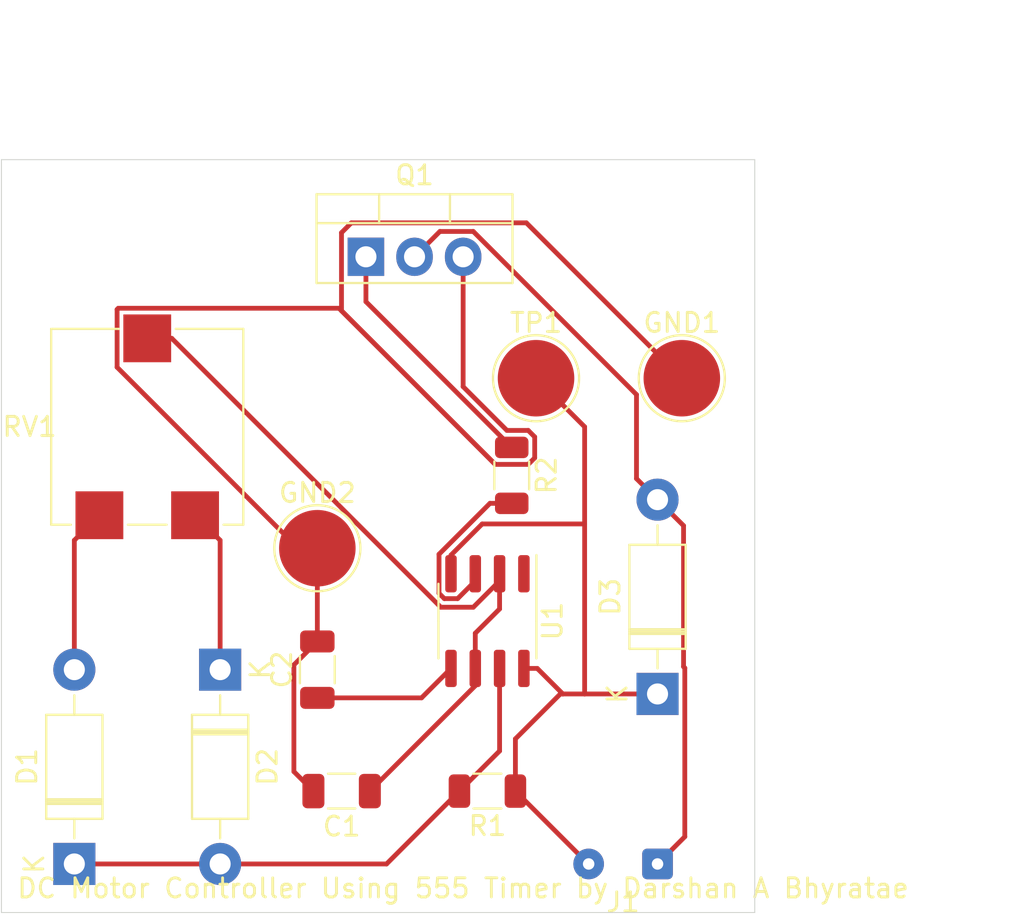
<source format=kicad_pcb>
(kicad_pcb (version 20171130) (host pcbnew "(5.1.9)-1")

  (general
    (thickness 1.6)
    (drawings 7)
    (tracks 77)
    (zones 0)
    (modules 14)
    (nets 12)
  )

  (page A4)
  (layers
    (0 F.Cu signal)
    (31 B.Cu signal)
    (32 B.Adhes user)
    (33 F.Adhes user)
    (34 B.Paste user)
    (35 F.Paste user)
    (36 B.SilkS user)
    (37 F.SilkS user)
    (38 B.Mask user)
    (39 F.Mask user)
    (40 Dwgs.User user)
    (41 Cmts.User user)
    (42 Eco1.User user)
    (43 Eco2.User user)
    (44 Edge.Cuts user)
    (45 Margin user)
    (46 B.CrtYd user)
    (47 F.CrtYd user)
    (48 B.Fab user)
    (49 F.Fab user)
  )

  (setup
    (last_trace_width 0.25)
    (trace_clearance 0.2)
    (zone_clearance 0.508)
    (zone_45_only no)
    (trace_min 0.2)
    (via_size 0.8)
    (via_drill 0.4)
    (via_min_size 0.4)
    (via_min_drill 0.3)
    (uvia_size 0.3)
    (uvia_drill 0.1)
    (uvias_allowed no)
    (uvia_min_size 0.2)
    (uvia_min_drill 0.1)
    (edge_width 0.05)
    (segment_width 0.2)
    (pcb_text_width 0.3)
    (pcb_text_size 1.5 1.5)
    (mod_edge_width 0.12)
    (mod_text_size 1 1)
    (mod_text_width 0.15)
    (pad_size 1.524 1.524)
    (pad_drill 0.762)
    (pad_to_mask_clearance 0)
    (aux_axis_origin 0 0)
    (grid_origin 142.24 82.55)
    (visible_elements 7FFFFFFF)
    (pcbplotparams
      (layerselection 0x290a8_7fffffff)
      (usegerberextensions false)
      (usegerberattributes true)
      (usegerberadvancedattributes true)
      (creategerberjobfile true)
      (excludeedgelayer true)
      (linewidth 0.100000)
      (plotframeref false)
      (viasonmask false)
      (mode 1)
      (useauxorigin false)
      (hpglpennumber 1)
      (hpglpenspeed 20)
      (hpglpendiameter 15.000000)
      (psnegative false)
      (psa4output false)
      (plotreference true)
      (plotvalue true)
      (plotinvisibletext false)
      (padsonsilk false)
      (subtractmaskfromsilk false)
      (outputformat 4)
      (mirror false)
      (drillshape 0)
      (scaleselection 1)
      (outputdirectory "dcmo gerber/"))
  )

  (net 0 "")
  (net 1 GNDREF)
  (net 2 /TRTHR)
  (net 3 "Net-(C2-Pad1)")
  (net 4 "Net-(D1-Pad2)")
  (net 5 /DIS)
  (net 6 "Net-(D2-Pad1)")
  (net 7 "Net-(D3-Pad2)")
  (net 8 "Net-(Q1-Pad1)")
  (net 9 /R)
  (net 10 "Net-(R2-Pad2)")
  (net 11 "Net-(U1-Pad1)")

  (net_class Default "This is the default net class."
    (clearance 0.2)
    (trace_width 0.25)
    (via_dia 0.8)
    (via_drill 0.4)
    (uvia_dia 0.3)
    (uvia_drill 0.1)
    (add_net /DIS)
    (add_net /R)
    (add_net /TRTHR)
    (add_net GNDREF)
    (add_net "Net-(C2-Pad1)")
    (add_net "Net-(D1-Pad2)")
    (add_net "Net-(D2-Pad1)")
    (add_net "Net-(D3-Pad2)")
    (add_net "Net-(Q1-Pad1)")
    (add_net "Net-(R2-Pad2)")
    (add_net "Net-(U1-Pad1)")
  )

  (module Package_SO:SOIC-8_3.9x4.9mm_P1.27mm (layer F.Cu) (tedit 5D9F72B1) (tstamp 605A88E9)
    (at 142.24 99.06 270)
    (descr "SOIC, 8 Pin (JEDEC MS-012AA, https://www.analog.com/media/en/package-pcb-resources/package/pkg_pdf/soic_narrow-r/r_8.pdf), generated with kicad-footprint-generator ipc_gullwing_generator.py")
    (tags "SOIC SO")
    (path /6059FEEF)
    (attr smd)
    (fp_text reference U1 (at 0 -3.4 90) (layer F.SilkS)
      (effects (font (size 1 1) (thickness 0.15)))
    )
    (fp_text value NE555D (at 0 3.4 90) (layer F.Fab)
      (effects (font (size 1 1) (thickness 0.15)))
    )
    (fp_text user %R (at 0 0 90) (layer F.Fab)
      (effects (font (size 0.98 0.98) (thickness 0.15)))
    )
    (fp_line (start 3.7 -2.7) (end -3.7 -2.7) (layer F.CrtYd) (width 0.05))
    (fp_line (start 3.7 2.7) (end 3.7 -2.7) (layer F.CrtYd) (width 0.05))
    (fp_line (start -3.7 2.7) (end 3.7 2.7) (layer F.CrtYd) (width 0.05))
    (fp_line (start -3.7 -2.7) (end -3.7 2.7) (layer F.CrtYd) (width 0.05))
    (fp_line (start -1.95 -1.475) (end -0.975 -2.45) (layer F.Fab) (width 0.1))
    (fp_line (start -1.95 2.45) (end -1.95 -1.475) (layer F.Fab) (width 0.1))
    (fp_line (start 1.95 2.45) (end -1.95 2.45) (layer F.Fab) (width 0.1))
    (fp_line (start 1.95 -2.45) (end 1.95 2.45) (layer F.Fab) (width 0.1))
    (fp_line (start -0.975 -2.45) (end 1.95 -2.45) (layer F.Fab) (width 0.1))
    (fp_line (start 0 -2.56) (end -3.45 -2.56) (layer F.SilkS) (width 0.12))
    (fp_line (start 0 -2.56) (end 1.95 -2.56) (layer F.SilkS) (width 0.12))
    (fp_line (start 0 2.56) (end -1.95 2.56) (layer F.SilkS) (width 0.12))
    (fp_line (start 0 2.56) (end 1.95 2.56) (layer F.SilkS) (width 0.12))
    (pad 1 smd roundrect (at -2.475 -1.905 270) (size 1.95 0.6) (layers F.Cu F.Paste F.Mask) (roundrect_rratio 0.25)
      (net 11 "Net-(U1-Pad1)"))
    (pad 2 smd roundrect (at -2.475 -0.635 270) (size 1.95 0.6) (layers F.Cu F.Paste F.Mask) (roundrect_rratio 0.25)
      (net 2 /TRTHR))
    (pad 3 smd roundrect (at -2.475 0.635 270) (size 1.95 0.6) (layers F.Cu F.Paste F.Mask) (roundrect_rratio 0.25)
      (net 10 "Net-(R2-Pad2)"))
    (pad 4 smd roundrect (at -2.475 1.905 270) (size 1.95 0.6) (layers F.Cu F.Paste F.Mask) (roundrect_rratio 0.25)
      (net 9 /R))
    (pad 5 smd roundrect (at 2.475 1.905 270) (size 1.95 0.6) (layers F.Cu F.Paste F.Mask) (roundrect_rratio 0.25)
      (net 3 "Net-(C2-Pad1)"))
    (pad 6 smd roundrect (at 2.475 0.635 270) (size 1.95 0.6) (layers F.Cu F.Paste F.Mask) (roundrect_rratio 0.25)
      (net 2 /TRTHR))
    (pad 7 smd roundrect (at 2.475 -0.635 270) (size 1.95 0.6) (layers F.Cu F.Paste F.Mask) (roundrect_rratio 0.25)
      (net 5 /DIS))
    (pad 8 smd roundrect (at 2.475 -1.905 270) (size 1.95 0.6) (layers F.Cu F.Paste F.Mask) (roundrect_rratio 0.25)
      (net 9 /R))
    (model ${KISYS3DMOD}/Package_SO.3dshapes/SOIC-8_3.9x4.9mm_P1.27mm.wrl
      (at (xyz 0 0 0))
      (scale (xyz 1 1 1))
      (rotate (xyz 0 0 0))
    )
  )

  (module TestPoint:TestPoint_Pad_D4.0mm (layer F.Cu) (tedit 5A0F774F) (tstamp 605A88C7)
    (at 144.78 86.36)
    (descr "SMD pad as test Point, diameter 4.0mm")
    (tags "test point SMD pad")
    (path /605A6D18)
    (attr virtual)
    (fp_text reference TP1 (at 0 -2.898) (layer F.SilkS)
      (effects (font (size 1 1) (thickness 0.15)))
    )
    (fp_text value VCC (at 0 3.1) (layer F.Fab)
      (effects (font (size 1 1) (thickness 0.15)))
    )
    (fp_circle (center 0 0) (end 2.5 0) (layer F.CrtYd) (width 0.05))
    (fp_circle (center 0 0) (end 0 2.25) (layer F.SilkS) (width 0.12))
    (fp_text user %R (at 0 -2.9) (layer F.Fab)
      (effects (font (size 1 1) (thickness 0.15)))
    )
    (pad 1 smd circle (at 0 0) (size 4 4) (layers F.Cu F.Mask)
      (net 9 /R))
  )

  (module Potentiometer_SMD:Potentiometer_ACP_CA9-VSMD_Vertical (layer F.Cu) (tedit 5A3D7171) (tstamp 605A88BF)
    (at 124.46 88.9 90)
    (descr "Potentiometer, vertical, ACP CA9-VSMD, http://www.acptechnologies.com/wp-content/uploads/2017/05/02-ACP-CA9-CE9.pdf")
    (tags "Potentiometer vertical ACP CA9-VSMD")
    (path /605A2C08)
    (attr smd)
    (fp_text reference RV1 (at 0 -6.15) (layer F.SilkS)
      (effects (font (size 1 1) (thickness 0.15)))
    )
    (fp_text value 100K (at 0 6.15 90) (layer F.Fab)
      (effects (font (size 1 1) (thickness 0.15)))
    )
    (fp_circle (center 0.125 0) (end 1.175 0) (layer F.Fab) (width 0.1))
    (fp_line (start -5 -4.9) (end -5 4.9) (layer F.Fab) (width 0.1))
    (fp_line (start -5 4.9) (end 5 4.9) (layer F.Fab) (width 0.1))
    (fp_line (start 5 4.9) (end 5 -4.9) (layer F.Fab) (width 0.1))
    (fp_line (start 5 -4.9) (end -5 -4.9) (layer F.Fab) (width 0.1))
    (fp_line (start -5.12 -5.021) (end 5.12 -5.021) (layer F.SilkS) (width 0.12))
    (fp_line (start -5.12 5.02) (end 5.12 5.02) (layer F.SilkS) (width 0.12))
    (fp_line (start -5.12 -5.021) (end -5.12 -3.991) (layer F.SilkS) (width 0.12))
    (fp_line (start -5.12 -1.009) (end -5.12 1.01) (layer F.SilkS) (width 0.12))
    (fp_line (start -5.12 3.99) (end -5.12 5.02) (layer F.SilkS) (width 0.12))
    (fp_line (start 5.12 -5.021) (end 5.12 -1.49) (layer F.SilkS) (width 0.12))
    (fp_line (start 5.12 1.49) (end 5.12 5.02) (layer F.SilkS) (width 0.12))
    (fp_line (start -6.15 -5.15) (end -6.15 5.15) (layer F.CrtYd) (width 0.05))
    (fp_line (start -6.15 5.15) (end 6.15 5.15) (layer F.CrtYd) (width 0.05))
    (fp_line (start 6.15 5.15) (end 6.15 -5.15) (layer F.CrtYd) (width 0.05))
    (fp_line (start 6.15 -5.15) (end -6.15 -5.15) (layer F.CrtYd) (width 0.05))
    (fp_text user %R (at -4 0) (layer F.Fab)
      (effects (font (size 1 1) (thickness 0.15)))
    )
    (pad 1 smd rect (at -4.625 2.5 90) (size 2.5 2.5) (layers F.Cu F.Paste F.Mask)
      (net 6 "Net-(D2-Pad1)"))
    (pad 2 smd rect (at 4.625 0 90) (size 2.5 2.5) (layers F.Cu F.Paste F.Mask)
      (net 2 /TRTHR))
    (pad 3 smd rect (at -4.625 -2.5 90) (size 2.5 2.5) (layers F.Cu F.Paste F.Mask)
      (net 4 "Net-(D1-Pad2)"))
    (model ${KISYS3DMOD}/Potentiometer_SMD.3dshapes/Potentiometer_ACP_CA9-VSMD_Vertical.wrl
      (at (xyz 0 0 0))
      (scale (xyz 1 1 1))
      (rotate (xyz 0 0 0))
    )
  )

  (module Resistor_SMD:R_1206_3216Metric (layer F.Cu) (tedit 5F68FEEE) (tstamp 605A88A7)
    (at 143.51 91.44 270)
    (descr "Resistor SMD 1206 (3216 Metric), square (rectangular) end terminal, IPC_7351 nominal, (Body size source: IPC-SM-782 page 72, https://www.pcb-3d.com/wordpress/wp-content/uploads/ipc-sm-782a_amendment_1_and_2.pdf), generated with kicad-footprint-generator")
    (tags resistor)
    (path /605A86CD)
    (attr smd)
    (fp_text reference R2 (at 0 -1.82 90) (layer F.SilkS)
      (effects (font (size 1 1) (thickness 0.15)))
    )
    (fp_text value 1K (at 0 1.82 90) (layer F.Fab)
      (effects (font (size 1 1) (thickness 0.15)))
    )
    (fp_line (start -1.6 0.8) (end -1.6 -0.8) (layer F.Fab) (width 0.1))
    (fp_line (start -1.6 -0.8) (end 1.6 -0.8) (layer F.Fab) (width 0.1))
    (fp_line (start 1.6 -0.8) (end 1.6 0.8) (layer F.Fab) (width 0.1))
    (fp_line (start 1.6 0.8) (end -1.6 0.8) (layer F.Fab) (width 0.1))
    (fp_line (start -0.727064 -0.91) (end 0.727064 -0.91) (layer F.SilkS) (width 0.12))
    (fp_line (start -0.727064 0.91) (end 0.727064 0.91) (layer F.SilkS) (width 0.12))
    (fp_line (start -2.28 1.12) (end -2.28 -1.12) (layer F.CrtYd) (width 0.05))
    (fp_line (start -2.28 -1.12) (end 2.28 -1.12) (layer F.CrtYd) (width 0.05))
    (fp_line (start 2.28 -1.12) (end 2.28 1.12) (layer F.CrtYd) (width 0.05))
    (fp_line (start 2.28 1.12) (end -2.28 1.12) (layer F.CrtYd) (width 0.05))
    (fp_text user %R (at 0.03 0.2 90) (layer F.Fab)
      (effects (font (size 0.8 0.8) (thickness 0.12)))
    )
    (pad 2 smd roundrect (at 1.4625 0 270) (size 1.125 1.75) (layers F.Cu F.Paste F.Mask) (roundrect_rratio 0.2222213333333333)
      (net 10 "Net-(R2-Pad2)"))
    (pad 1 smd roundrect (at -1.4625 0 270) (size 1.125 1.75) (layers F.Cu F.Paste F.Mask) (roundrect_rratio 0.2222213333333333)
      (net 8 "Net-(Q1-Pad1)"))
    (model ${KISYS3DMOD}/Resistor_SMD.3dshapes/R_1206_3216Metric.wrl
      (at (xyz 0 0 0))
      (scale (xyz 1 1 1))
      (rotate (xyz 0 0 0))
    )
  )

  (module Resistor_SMD:R_1206_3216Metric (layer F.Cu) (tedit 5F68FEEE) (tstamp 605A8896)
    (at 142.24 107.95 180)
    (descr "Resistor SMD 1206 (3216 Metric), square (rectangular) end terminal, IPC_7351 nominal, (Body size source: IPC-SM-782 page 72, https://www.pcb-3d.com/wordpress/wp-content/uploads/ipc-sm-782a_amendment_1_and_2.pdf), generated with kicad-footprint-generator")
    (tags resistor)
    (path /605A5129)
    (attr smd)
    (fp_text reference R1 (at 0 -1.82) (layer F.SilkS)
      (effects (font (size 1 1) (thickness 0.15)))
    )
    (fp_text value 1K (at 0 1.82) (layer F.Fab)
      (effects (font (size 1 1) (thickness 0.15)))
    )
    (fp_line (start -1.6 0.8) (end -1.6 -0.8) (layer F.Fab) (width 0.1))
    (fp_line (start -1.6 -0.8) (end 1.6 -0.8) (layer F.Fab) (width 0.1))
    (fp_line (start 1.6 -0.8) (end 1.6 0.8) (layer F.Fab) (width 0.1))
    (fp_line (start 1.6 0.8) (end -1.6 0.8) (layer F.Fab) (width 0.1))
    (fp_line (start -0.727064 -0.91) (end 0.727064 -0.91) (layer F.SilkS) (width 0.12))
    (fp_line (start -0.727064 0.91) (end 0.727064 0.91) (layer F.SilkS) (width 0.12))
    (fp_line (start -2.28 1.12) (end -2.28 -1.12) (layer F.CrtYd) (width 0.05))
    (fp_line (start -2.28 -1.12) (end 2.28 -1.12) (layer F.CrtYd) (width 0.05))
    (fp_line (start 2.28 -1.12) (end 2.28 1.12) (layer F.CrtYd) (width 0.05))
    (fp_line (start 2.28 1.12) (end -2.28 1.12) (layer F.CrtYd) (width 0.05))
    (fp_text user %R (at 0.03 0) (layer F.Fab)
      (effects (font (size 0.8 0.8) (thickness 0.12)))
    )
    (pad 2 smd roundrect (at 1.4625 0 180) (size 1.125 1.75) (layers F.Cu F.Paste F.Mask) (roundrect_rratio 0.2222213333333333)
      (net 5 /DIS))
    (pad 1 smd roundrect (at -1.4625 0 180) (size 1.125 1.75) (layers F.Cu F.Paste F.Mask) (roundrect_rratio 0.2222213333333333)
      (net 9 /R))
    (model ${KISYS3DMOD}/Resistor_SMD.3dshapes/R_1206_3216Metric.wrl
      (at (xyz 0 0 0))
      (scale (xyz 1 1 1))
      (rotate (xyz 0 0 0))
    )
  )

  (module Package_TO_SOT_THT:TO-220-3_Vertical (layer F.Cu) (tedit 5AC8BA0D) (tstamp 605A8AEE)
    (at 135.89 80.01)
    (descr "TO-220-3, Vertical, RM 2.54mm, see https://www.vishay.com/docs/66542/to-220-1.pdf")
    (tags "TO-220-3 Vertical RM 2.54mm")
    (path /605A9402)
    (fp_text reference Q1 (at 2.54 -4.27) (layer F.SilkS)
      (effects (font (size 1 1) (thickness 0.15)))
    )
    (fp_text value TIP122 (at 2.54 2.5) (layer F.Fab)
      (effects (font (size 1 1) (thickness 0.15)))
    )
    (fp_line (start -2.46 -3.15) (end -2.46 1.25) (layer F.Fab) (width 0.1))
    (fp_line (start -2.46 1.25) (end 7.54 1.25) (layer F.Fab) (width 0.1))
    (fp_line (start 7.54 1.25) (end 7.54 -3.15) (layer F.Fab) (width 0.1))
    (fp_line (start 7.54 -3.15) (end -2.46 -3.15) (layer F.Fab) (width 0.1))
    (fp_line (start -2.46 -1.88) (end 7.54 -1.88) (layer F.Fab) (width 0.1))
    (fp_line (start 0.69 -3.15) (end 0.69 -1.88) (layer F.Fab) (width 0.1))
    (fp_line (start 4.39 -3.15) (end 4.39 -1.88) (layer F.Fab) (width 0.1))
    (fp_line (start -2.58 -3.27) (end 7.66 -3.27) (layer F.SilkS) (width 0.12))
    (fp_line (start -2.58 1.371) (end 7.66 1.371) (layer F.SilkS) (width 0.12))
    (fp_line (start -2.58 -3.27) (end -2.58 1.371) (layer F.SilkS) (width 0.12))
    (fp_line (start 7.66 -3.27) (end 7.66 1.371) (layer F.SilkS) (width 0.12))
    (fp_line (start -2.58 -1.76) (end 7.66 -1.76) (layer F.SilkS) (width 0.12))
    (fp_line (start 0.69 -3.27) (end 0.69 -1.76) (layer F.SilkS) (width 0.12))
    (fp_line (start 4.391 -3.27) (end 4.391 -1.76) (layer F.SilkS) (width 0.12))
    (fp_line (start -2.71 -3.4) (end -2.71 1.51) (layer F.CrtYd) (width 0.05))
    (fp_line (start -2.71 1.51) (end 7.79 1.51) (layer F.CrtYd) (width 0.05))
    (fp_line (start 7.79 1.51) (end 7.79 -3.4) (layer F.CrtYd) (width 0.05))
    (fp_line (start 7.79 -3.4) (end -2.71 -3.4) (layer F.CrtYd) (width 0.05))
    (fp_text user %R (at 2.54 -4.27) (layer F.Fab)
      (effects (font (size 1 1) (thickness 0.15)))
    )
    (pad 3 thru_hole oval (at 5.08 0) (size 1.905 2) (drill 1.1) (layers *.Cu *.Mask)
      (net 1 GNDREF))
    (pad 2 thru_hole oval (at 2.54 0) (size 1.905 2) (drill 1.1) (layers *.Cu *.Mask)
      (net 7 "Net-(D3-Pad2)"))
    (pad 1 thru_hole rect (at 0 0) (size 1.905 2) (drill 1.1) (layers *.Cu *.Mask)
      (net 8 "Net-(Q1-Pad1)"))
    (model ${KISYS3DMOD}/Package_TO_SOT_THT.3dshapes/TO-220-3_Vertical.wrl
      (at (xyz 0 0 0))
      (scale (xyz 1 1 1))
      (rotate (xyz 0 0 0))
    )
  )

  (module Connector_Wire:SolderWire-0.1sqmm_1x02_P3.6mm_D0.4mm_OD1mm (layer F.Cu) (tedit 5EB70B42) (tstamp 605A886B)
    (at 151.13 111.76 180)
    (descr "Soldered wire connection, for 2 times 0.1 mm² wires, basic insulation, conductor diameter 0.4mm, outer diameter 1mm, size source Multi-Contact FLEXI-E 0.1 (https://ec.staubli.com/AcroFiles/Catalogues/TM_Cab-Main-11014119_(en)_hi.pdf), bend radius 3 times outer diameter, generated with kicad-footprint-generator")
    (tags "connector wire 0.1sqmm")
    (path /605B8A53)
    (attr virtual)
    (fp_text reference J1 (at 1.8 -2) (layer F.SilkS)
      (effects (font (size 1 1) (thickness 0.15)))
    )
    (fp_text value Conn_01x02_Male (at 1.8 2) (layer F.Fab)
      (effects (font (size 1 1) (thickness 0.15)))
    )
    (fp_circle (center 0 0) (end 0.5 0) (layer F.Fab) (width 0.1))
    (fp_circle (center 3.6 0) (end 4.1 0) (layer F.Fab) (width 0.1))
    (fp_line (start -1.3 -1.3) (end -1.3 1.3) (layer F.CrtYd) (width 0.05))
    (fp_line (start -1.3 1.3) (end 1.3 1.3) (layer F.CrtYd) (width 0.05))
    (fp_line (start 1.3 1.3) (end 1.3 -1.3) (layer F.CrtYd) (width 0.05))
    (fp_line (start 1.3 -1.3) (end -1.3 -1.3) (layer F.CrtYd) (width 0.05))
    (fp_line (start 2.3 -1.3) (end 2.3 1.3) (layer F.CrtYd) (width 0.05))
    (fp_line (start 2.3 1.3) (end 4.9 1.3) (layer F.CrtYd) (width 0.05))
    (fp_line (start 4.9 1.3) (end 4.9 -1.3) (layer F.CrtYd) (width 0.05))
    (fp_line (start 4.9 -1.3) (end 2.3 -1.3) (layer F.CrtYd) (width 0.05))
    (fp_text user %R (at 1.8 0 90) (layer F.Fab)
      (effects (font (size 0.65 0.65) (thickness 0.1)))
    )
    (pad 2 thru_hole circle (at 3.6 0 180) (size 1.6 1.6) (drill 0.6) (layers *.Cu *.Mask)
      (net 9 /R))
    (pad 1 thru_hole roundrect (at 0 0 180) (size 1.6 1.6) (drill 0.6) (layers *.Cu *.Mask) (roundrect_rratio 0.15625)
      (net 7 "Net-(D3-Pad2)"))
    (model ${KISYS3DMOD}/Connector_Wire.3dshapes/SolderWire-0.1sqmm_1x02_P3.6mm_D0.4mm_OD1mm.wrl
      (at (xyz 0 0 0))
      (scale (xyz 1 1 1))
      (rotate (xyz 0 0 0))
    )
  )

  (module TestPoint:TestPoint_Pad_D4.0mm (layer F.Cu) (tedit 5A0F774F) (tstamp 605A885A)
    (at 133.35 95.25)
    (descr "SMD pad as test Point, diameter 4.0mm")
    (tags "test point SMD pad")
    (path /605BE345)
    (attr virtual)
    (fp_text reference GND2 (at 0 -2.898) (layer F.SilkS)
      (effects (font (size 1 1) (thickness 0.15)))
    )
    (fp_text value GND (at 0 3.1) (layer F.Fab)
      (effects (font (size 1 1) (thickness 0.15)))
    )
    (fp_circle (center 0 0) (end 2.5 0) (layer F.CrtYd) (width 0.05))
    (fp_circle (center 0 0) (end 0 2.25) (layer F.SilkS) (width 0.12))
    (fp_text user %R (at 0 -2.9) (layer F.Fab)
      (effects (font (size 1 1) (thickness 0.15)))
    )
    (pad 1 smd circle (at 0 0) (size 4 4) (layers F.Cu F.Mask)
      (net 1 GNDREF))
  )

  (module TestPoint:TestPoint_Pad_D4.0mm (layer F.Cu) (tedit 5A0F774F) (tstamp 605A8852)
    (at 152.4 86.36)
    (descr "SMD pad as test Point, diameter 4.0mm")
    (tags "test point SMD pad")
    (path /605C199E)
    (attr virtual)
    (fp_text reference GND1 (at 0 -2.898) (layer F.SilkS)
      (effects (font (size 1 1) (thickness 0.15)))
    )
    (fp_text value GND (at 0 3.1) (layer F.Fab)
      (effects (font (size 1 1) (thickness 0.15)))
    )
    (fp_circle (center 0 0) (end 2.5 0) (layer F.CrtYd) (width 0.05))
    (fp_circle (center 0 0) (end 0 2.25) (layer F.SilkS) (width 0.12))
    (fp_text user %R (at 0 -2.9) (layer F.Fab)
      (effects (font (size 1 1) (thickness 0.15)))
    )
    (pad 1 smd circle (at 0 0) (size 4 4) (layers F.Cu F.Mask)
      (net 1 GNDREF))
  )

  (module Diode_THT:D_DO-41_SOD81_P10.16mm_Horizontal (layer F.Cu) (tedit 5AE50CD5) (tstamp 605A884A)
    (at 151.13 102.87 90)
    (descr "Diode, DO-41_SOD81 series, Axial, Horizontal, pin pitch=10.16mm, , length*diameter=5.2*2.7mm^2, , http://www.diodes.com/_files/packages/DO-41%20(Plastic).pdf")
    (tags "Diode DO-41_SOD81 series Axial Horizontal pin pitch 10.16mm  length 5.2mm diameter 2.7mm")
    (path /605B6250)
    (fp_text reference D3 (at 5.08 -2.47 90) (layer F.SilkS)
      (effects (font (size 1 1) (thickness 0.15)))
    )
    (fp_text value 1N4001 (at 5.08 2.47 90) (layer F.Fab)
      (effects (font (size 1 1) (thickness 0.15)))
    )
    (fp_line (start 2.48 -1.35) (end 2.48 1.35) (layer F.Fab) (width 0.1))
    (fp_line (start 2.48 1.35) (end 7.68 1.35) (layer F.Fab) (width 0.1))
    (fp_line (start 7.68 1.35) (end 7.68 -1.35) (layer F.Fab) (width 0.1))
    (fp_line (start 7.68 -1.35) (end 2.48 -1.35) (layer F.Fab) (width 0.1))
    (fp_line (start 0 0) (end 2.48 0) (layer F.Fab) (width 0.1))
    (fp_line (start 10.16 0) (end 7.68 0) (layer F.Fab) (width 0.1))
    (fp_line (start 3.26 -1.35) (end 3.26 1.35) (layer F.Fab) (width 0.1))
    (fp_line (start 3.36 -1.35) (end 3.36 1.35) (layer F.Fab) (width 0.1))
    (fp_line (start 3.16 -1.35) (end 3.16 1.35) (layer F.Fab) (width 0.1))
    (fp_line (start 2.36 -1.47) (end 2.36 1.47) (layer F.SilkS) (width 0.12))
    (fp_line (start 2.36 1.47) (end 7.8 1.47) (layer F.SilkS) (width 0.12))
    (fp_line (start 7.8 1.47) (end 7.8 -1.47) (layer F.SilkS) (width 0.12))
    (fp_line (start 7.8 -1.47) (end 2.36 -1.47) (layer F.SilkS) (width 0.12))
    (fp_line (start 1.34 0) (end 2.36 0) (layer F.SilkS) (width 0.12))
    (fp_line (start 8.82 0) (end 7.8 0) (layer F.SilkS) (width 0.12))
    (fp_line (start 3.26 -1.47) (end 3.26 1.47) (layer F.SilkS) (width 0.12))
    (fp_line (start 3.38 -1.47) (end 3.38 1.47) (layer F.SilkS) (width 0.12))
    (fp_line (start 3.14 -1.47) (end 3.14 1.47) (layer F.SilkS) (width 0.12))
    (fp_line (start -1.35 -1.6) (end -1.35 1.6) (layer F.CrtYd) (width 0.05))
    (fp_line (start -1.35 1.6) (end 11.51 1.6) (layer F.CrtYd) (width 0.05))
    (fp_line (start 11.51 1.6) (end 11.51 -1.6) (layer F.CrtYd) (width 0.05))
    (fp_line (start 11.51 -1.6) (end -1.35 -1.6) (layer F.CrtYd) (width 0.05))
    (fp_text user K (at 0 -2.1 90) (layer F.SilkS)
      (effects (font (size 1 1) (thickness 0.15)))
    )
    (fp_text user K (at 0 -2.1 90) (layer F.Fab)
      (effects (font (size 1 1) (thickness 0.15)))
    )
    (fp_text user %R (at 5.47 0 90) (layer F.Fab)
      (effects (font (size 1 1) (thickness 0.15)))
    )
    (pad 2 thru_hole oval (at 10.16 0 90) (size 2.2 2.2) (drill 1.1) (layers *.Cu *.Mask)
      (net 7 "Net-(D3-Pad2)"))
    (pad 1 thru_hole rect (at 0 0 90) (size 2.2 2.2) (drill 1.1) (layers *.Cu *.Mask)
      (net 9 /R))
    (model ${KISYS3DMOD}/Diode_THT.3dshapes/D_DO-41_SOD81_P10.16mm_Horizontal.wrl
      (at (xyz 0 0 0))
      (scale (xyz 1 1 1))
      (rotate (xyz 0 0 0))
    )
  )

  (module Diode_THT:D_DO-41_SOD81_P10.16mm_Horizontal (layer F.Cu) (tedit 5AE50CD5) (tstamp 605A882B)
    (at 128.27 101.6 270)
    (descr "Diode, DO-41_SOD81 series, Axial, Horizontal, pin pitch=10.16mm, , length*diameter=5.2*2.7mm^2, , http://www.diodes.com/_files/packages/DO-41%20(Plastic).pdf")
    (tags "Diode DO-41_SOD81 series Axial Horizontal pin pitch 10.16mm  length 5.2mm diameter 2.7mm")
    (path /605A1B5C)
    (fp_text reference D2 (at 5.08 -2.47 90) (layer F.SilkS)
      (effects (font (size 1 1) (thickness 0.15)))
    )
    (fp_text value 1N4001 (at 5.08 2.47 90) (layer F.Fab)
      (effects (font (size 1 1) (thickness 0.15)))
    )
    (fp_line (start 2.48 -1.35) (end 2.48 1.35) (layer F.Fab) (width 0.1))
    (fp_line (start 2.48 1.35) (end 7.68 1.35) (layer F.Fab) (width 0.1))
    (fp_line (start 7.68 1.35) (end 7.68 -1.35) (layer F.Fab) (width 0.1))
    (fp_line (start 7.68 -1.35) (end 2.48 -1.35) (layer F.Fab) (width 0.1))
    (fp_line (start 0 0) (end 2.48 0) (layer F.Fab) (width 0.1))
    (fp_line (start 10.16 0) (end 7.68 0) (layer F.Fab) (width 0.1))
    (fp_line (start 3.26 -1.35) (end 3.26 1.35) (layer F.Fab) (width 0.1))
    (fp_line (start 3.36 -1.35) (end 3.36 1.35) (layer F.Fab) (width 0.1))
    (fp_line (start 3.16 -1.35) (end 3.16 1.35) (layer F.Fab) (width 0.1))
    (fp_line (start 2.36 -1.47) (end 2.36 1.47) (layer F.SilkS) (width 0.12))
    (fp_line (start 2.36 1.47) (end 7.8 1.47) (layer F.SilkS) (width 0.12))
    (fp_line (start 7.8 1.47) (end 7.8 -1.47) (layer F.SilkS) (width 0.12))
    (fp_line (start 7.8 -1.47) (end 2.36 -1.47) (layer F.SilkS) (width 0.12))
    (fp_line (start 1.34 0) (end 2.36 0) (layer F.SilkS) (width 0.12))
    (fp_line (start 8.82 0) (end 7.8 0) (layer F.SilkS) (width 0.12))
    (fp_line (start 3.26 -1.47) (end 3.26 1.47) (layer F.SilkS) (width 0.12))
    (fp_line (start 3.38 -1.47) (end 3.38 1.47) (layer F.SilkS) (width 0.12))
    (fp_line (start 3.14 -1.47) (end 3.14 1.47) (layer F.SilkS) (width 0.12))
    (fp_line (start -1.35 -1.6) (end -1.35 1.6) (layer F.CrtYd) (width 0.05))
    (fp_line (start -1.35 1.6) (end 11.51 1.6) (layer F.CrtYd) (width 0.05))
    (fp_line (start 11.51 1.6) (end 11.51 -1.6) (layer F.CrtYd) (width 0.05))
    (fp_line (start 11.51 -1.6) (end -1.35 -1.6) (layer F.CrtYd) (width 0.05))
    (fp_text user K (at 0 -2.1 90) (layer F.SilkS)
      (effects (font (size 1 1) (thickness 0.15)))
    )
    (fp_text user K (at 0 -2.1 90) (layer F.Fab)
      (effects (font (size 1 1) (thickness 0.15)))
    )
    (fp_text user %R (at 5.47 0 90) (layer F.Fab)
      (effects (font (size 1 1) (thickness 0.15)))
    )
    (pad 2 thru_hole oval (at 10.16 0 270) (size 2.2 2.2) (drill 1.1) (layers *.Cu *.Mask)
      (net 5 /DIS))
    (pad 1 thru_hole rect (at 0 0 270) (size 2.2 2.2) (drill 1.1) (layers *.Cu *.Mask)
      (net 6 "Net-(D2-Pad1)"))
    (model ${KISYS3DMOD}/Diode_THT.3dshapes/D_DO-41_SOD81_P10.16mm_Horizontal.wrl
      (at (xyz 0 0 0))
      (scale (xyz 1 1 1))
      (rotate (xyz 0 0 0))
    )
  )

  (module Diode_THT:D_DO-41_SOD81_P10.16mm_Horizontal (layer F.Cu) (tedit 5AE50CD5) (tstamp 605A880C)
    (at 120.65 111.76 90)
    (descr "Diode, DO-41_SOD81 series, Axial, Horizontal, pin pitch=10.16mm, , length*diameter=5.2*2.7mm^2, , http://www.diodes.com/_files/packages/DO-41%20(Plastic).pdf")
    (tags "Diode DO-41_SOD81 series Axial Horizontal pin pitch 10.16mm  length 5.2mm diameter 2.7mm")
    (path /605A0B73)
    (fp_text reference D1 (at 5.08 -2.47 90) (layer F.SilkS)
      (effects (font (size 1 1) (thickness 0.15)))
    )
    (fp_text value 1N4001 (at 5.08 2.47 90) (layer F.Fab)
      (effects (font (size 1 1) (thickness 0.15)))
    )
    (fp_line (start 2.48 -1.35) (end 2.48 1.35) (layer F.Fab) (width 0.1))
    (fp_line (start 2.48 1.35) (end 7.68 1.35) (layer F.Fab) (width 0.1))
    (fp_line (start 7.68 1.35) (end 7.68 -1.35) (layer F.Fab) (width 0.1))
    (fp_line (start 7.68 -1.35) (end 2.48 -1.35) (layer F.Fab) (width 0.1))
    (fp_line (start 0 0) (end 2.48 0) (layer F.Fab) (width 0.1))
    (fp_line (start 10.16 0) (end 7.68 0) (layer F.Fab) (width 0.1))
    (fp_line (start 3.26 -1.35) (end 3.26 1.35) (layer F.Fab) (width 0.1))
    (fp_line (start 3.36 -1.35) (end 3.36 1.35) (layer F.Fab) (width 0.1))
    (fp_line (start 3.16 -1.35) (end 3.16 1.35) (layer F.Fab) (width 0.1))
    (fp_line (start 2.36 -1.47) (end 2.36 1.47) (layer F.SilkS) (width 0.12))
    (fp_line (start 2.36 1.47) (end 7.8 1.47) (layer F.SilkS) (width 0.12))
    (fp_line (start 7.8 1.47) (end 7.8 -1.47) (layer F.SilkS) (width 0.12))
    (fp_line (start 7.8 -1.47) (end 2.36 -1.47) (layer F.SilkS) (width 0.12))
    (fp_line (start 1.34 0) (end 2.36 0) (layer F.SilkS) (width 0.12))
    (fp_line (start 8.82 0) (end 7.8 0) (layer F.SilkS) (width 0.12))
    (fp_line (start 3.26 -1.47) (end 3.26 1.47) (layer F.SilkS) (width 0.12))
    (fp_line (start 3.38 -1.47) (end 3.38 1.47) (layer F.SilkS) (width 0.12))
    (fp_line (start 3.14 -1.47) (end 3.14 1.47) (layer F.SilkS) (width 0.12))
    (fp_line (start -1.35 -1.6) (end -1.35 1.6) (layer F.CrtYd) (width 0.05))
    (fp_line (start -1.35 1.6) (end 11.51 1.6) (layer F.CrtYd) (width 0.05))
    (fp_line (start 11.51 1.6) (end 11.51 -1.6) (layer F.CrtYd) (width 0.05))
    (fp_line (start 11.51 -1.6) (end -1.35 -1.6) (layer F.CrtYd) (width 0.05))
    (fp_text user K (at 0 -2.1 90) (layer F.SilkS)
      (effects (font (size 1 1) (thickness 0.15)))
    )
    (fp_text user K (at 0 -2.1 90) (layer F.Fab)
      (effects (font (size 1 1) (thickness 0.15)))
    )
    (fp_text user %R (at 5.47 0 90) (layer F.Fab)
      (effects (font (size 1 1) (thickness 0.15)))
    )
    (pad 2 thru_hole oval (at 10.16 0 90) (size 2.2 2.2) (drill 1.1) (layers *.Cu *.Mask)
      (net 4 "Net-(D1-Pad2)"))
    (pad 1 thru_hole rect (at 0 0 90) (size 2.2 2.2) (drill 1.1) (layers *.Cu *.Mask)
      (net 5 /DIS))
    (model ${KISYS3DMOD}/Diode_THT.3dshapes/D_DO-41_SOD81_P10.16mm_Horizontal.wrl
      (at (xyz 0 0 0))
      (scale (xyz 1 1 1))
      (rotate (xyz 0 0 0))
    )
  )

  (module Capacitor_SMD:C_1206_3216Metric (layer F.Cu) (tedit 5F68FEEE) (tstamp 605A87ED)
    (at 133.35 101.6 90)
    (descr "Capacitor SMD 1206 (3216 Metric), square (rectangular) end terminal, IPC_7351 nominal, (Body size source: IPC-SM-782 page 76, https://www.pcb-3d.com/wordpress/wp-content/uploads/ipc-sm-782a_amendment_1_and_2.pdf), generated with kicad-footprint-generator")
    (tags capacitor)
    (path /605B39AC)
    (attr smd)
    (fp_text reference C2 (at 0 -1.85 90) (layer F.SilkS)
      (effects (font (size 1 1) (thickness 0.15)))
    )
    (fp_text value 100nF (at 0 1.85 90) (layer F.Fab)
      (effects (font (size 1 1) (thickness 0.15)))
    )
    (fp_line (start -1.6 0.8) (end -1.6 -0.8) (layer F.Fab) (width 0.1))
    (fp_line (start -1.6 -0.8) (end 1.6 -0.8) (layer F.Fab) (width 0.1))
    (fp_line (start 1.6 -0.8) (end 1.6 0.8) (layer F.Fab) (width 0.1))
    (fp_line (start 1.6 0.8) (end -1.6 0.8) (layer F.Fab) (width 0.1))
    (fp_line (start -0.711252 -0.91) (end 0.711252 -0.91) (layer F.SilkS) (width 0.12))
    (fp_line (start -0.711252 0.91) (end 0.711252 0.91) (layer F.SilkS) (width 0.12))
    (fp_line (start -2.3 1.15) (end -2.3 -1.15) (layer F.CrtYd) (width 0.05))
    (fp_line (start -2.3 -1.15) (end 2.3 -1.15) (layer F.CrtYd) (width 0.05))
    (fp_line (start 2.3 -1.15) (end 2.3 1.15) (layer F.CrtYd) (width 0.05))
    (fp_line (start 2.3 1.15) (end -2.3 1.15) (layer F.CrtYd) (width 0.05))
    (fp_text user %R (at 0 0 90) (layer F.Fab)
      (effects (font (size 0.8 0.8) (thickness 0.12)))
    )
    (pad 2 smd roundrect (at 1.475 0 90) (size 1.15 1.8) (layers F.Cu F.Paste F.Mask) (roundrect_rratio 0.2173904347826087)
      (net 1 GNDREF))
    (pad 1 smd roundrect (at -1.475 0 90) (size 1.15 1.8) (layers F.Cu F.Paste F.Mask) (roundrect_rratio 0.2173904347826087)
      (net 3 "Net-(C2-Pad1)"))
    (model ${KISYS3DMOD}/Capacitor_SMD.3dshapes/C_1206_3216Metric.wrl
      (at (xyz 0 0 0))
      (scale (xyz 1 1 1))
      (rotate (xyz 0 0 0))
    )
  )

  (module Capacitor_SMD:C_1206_3216Metric (layer F.Cu) (tedit 5F68FEEE) (tstamp 605A87DC)
    (at 134.62 107.95 180)
    (descr "Capacitor SMD 1206 (3216 Metric), square (rectangular) end terminal, IPC_7351 nominal, (Body size source: IPC-SM-782 page 76, https://www.pcb-3d.com/wordpress/wp-content/uploads/ipc-sm-782a_amendment_1_and_2.pdf), generated with kicad-footprint-generator")
    (tags capacitor)
    (path /605A4464)
    (attr smd)
    (fp_text reference C1 (at 0 -1.85) (layer F.SilkS)
      (effects (font (size 1 1) (thickness 0.15)))
    )
    (fp_text value C (at 0 1.85) (layer F.Fab)
      (effects (font (size 1 1) (thickness 0.15)))
    )
    (fp_line (start -1.6 0.8) (end -1.6 -0.8) (layer F.Fab) (width 0.1))
    (fp_line (start -1.6 -0.8) (end 1.6 -0.8) (layer F.Fab) (width 0.1))
    (fp_line (start 1.6 -0.8) (end 1.6 0.8) (layer F.Fab) (width 0.1))
    (fp_line (start 1.6 0.8) (end -1.6 0.8) (layer F.Fab) (width 0.1))
    (fp_line (start -0.711252 -0.91) (end 0.711252 -0.91) (layer F.SilkS) (width 0.12))
    (fp_line (start -0.711252 0.91) (end 0.711252 0.91) (layer F.SilkS) (width 0.12))
    (fp_line (start -2.3 1.15) (end -2.3 -1.15) (layer F.CrtYd) (width 0.05))
    (fp_line (start -2.3 -1.15) (end 2.3 -1.15) (layer F.CrtYd) (width 0.05))
    (fp_line (start 2.3 -1.15) (end 2.3 1.15) (layer F.CrtYd) (width 0.05))
    (fp_line (start 2.3 1.15) (end -2.3 1.15) (layer F.CrtYd) (width 0.05))
    (fp_text user %R (at 0 0) (layer F.Fab)
      (effects (font (size 0.8 0.8) (thickness 0.12)))
    )
    (pad 2 smd roundrect (at 1.475 0 180) (size 1.15 1.8) (layers F.Cu F.Paste F.Mask) (roundrect_rratio 0.2173904347826087)
      (net 1 GNDREF))
    (pad 1 smd roundrect (at -1.475 0 180) (size 1.15 1.8) (layers F.Cu F.Paste F.Mask) (roundrect_rratio 0.2173904347826087)
      (net 2 /TRTHR))
    (model ${KISYS3DMOD}/Capacitor_SMD.3dshapes/C_1206_3216Metric.wrl
      (at (xyz 0 0 0))
      (scale (xyz 1 1 1))
      (rotate (xyz 0 0 0))
    )
  )

  (gr_text "DC Motor Controller Using 555 Timer by Darshan A Bhyratae" (at 140.97 113.03) (layer F.SilkS)
    (effects (font (size 1 1) (thickness 0.15)))
  )
  (dimension 39.37 (width 0.15) (layer Dwgs.User)
    (gr_text "39.370 mm" (at 166.34 94.615 270) (layer Dwgs.User)
      (effects (font (size 1 1) (thickness 0.15)))
    )
    (feature1 (pts (xy 167.64 114.3) (xy 167.053579 114.3)))
    (feature2 (pts (xy 167.64 74.93) (xy 167.053579 74.93)))
    (crossbar (pts (xy 167.64 74.93) (xy 167.64 114.3)))
    (arrow1a (pts (xy 167.64 114.3) (xy 167.053579 113.173496)))
    (arrow1b (pts (xy 167.64 114.3) (xy 168.226421 113.173496)))
    (arrow2a (pts (xy 167.64 74.93) (xy 167.053579 76.056504)))
    (arrow2b (pts (xy 167.64 74.93) (xy 168.226421 76.056504)))
  )
  (dimension 39.37 (width 0.15) (layer Dwgs.User)
    (gr_text "39.370 mm" (at 136.525 69.88) (layer Dwgs.User)
      (effects (font (size 1 1) (thickness 0.15)))
    )
    (feature1 (pts (xy 156.21 68.58) (xy 156.21 69.166421)))
    (feature2 (pts (xy 116.84 68.58) (xy 116.84 69.166421)))
    (crossbar (pts (xy 116.84 68.58) (xy 156.21 68.58)))
    (arrow1a (pts (xy 156.21 68.58) (xy 155.083496 69.166421)))
    (arrow1b (pts (xy 156.21 68.58) (xy 155.083496 67.993579)))
    (arrow2a (pts (xy 116.84 68.58) (xy 117.966504 69.166421)))
    (arrow2b (pts (xy 116.84 68.58) (xy 117.966504 67.993579)))
  )
  (gr_line (start 156.21 74.93) (end 116.84 74.93) (layer Edge.Cuts) (width 0.05) (tstamp 605A8FA6))
  (gr_line (start 156.21 114.3) (end 156.21 74.93) (layer Edge.Cuts) (width 0.05))
  (gr_line (start 116.84 114.3) (end 156.21 114.3) (layer Edge.Cuts) (width 0.05))
  (gr_line (start 116.84 74.93) (end 116.84 114.3) (layer Edge.Cuts) (width 0.05))

  (segment (start 132.12499 101.35001) (end 133.35 100.125) (width 0.25) (layer F.Cu) (net 1))
  (segment (start 132.12499 106.92999) (end 132.12499 101.35001) (width 0.25) (layer F.Cu) (net 1))
  (segment (start 133.145 107.95) (end 132.12499 106.92999) (width 0.25) (layer F.Cu) (net 1))
  (segment (start 133.35 100.125) (end 133.35 95.25) (width 0.25) (layer F.Cu) (net 1))
  (segment (start 122.949999 82.699999) (end 134.481809 82.699999) (width 0.25) (layer F.Cu) (net 1))
  (segment (start 122.884999 82.764999) (end 122.949999 82.699999) (width 0.25) (layer F.Cu) (net 1))
  (segment (start 122.884999 85.785001) (end 122.884999 82.764999) (width 0.25) (layer F.Cu) (net 1))
  (segment (start 132.349998 95.25) (end 122.884999 85.785001) (width 0.25) (layer F.Cu) (net 1))
  (segment (start 134.481809 82.699999) (end 142.64682 90.86501) (width 0.25) (layer F.Cu) (net 1))
  (segment (start 133.35 95.25) (end 132.349998 95.25) (width 0.25) (layer F.Cu) (net 1))
  (segment (start 140.97 86.80109) (end 140.97 80.01) (width 0.25) (layer F.Cu) (net 1))
  (segment (start 143.2589 89.08999) (end 140.97 86.80109) (width 0.25) (layer F.Cu) (net 1))
  (segment (start 144.71001 90.52818) (end 144.71001 89.42682) (width 0.25) (layer F.Cu) (net 1))
  (segment (start 144.37318 90.86501) (end 144.71001 90.52818) (width 0.25) (layer F.Cu) (net 1))
  (segment (start 142.64682 90.86501) (end 144.37318 90.86501) (width 0.25) (layer F.Cu) (net 1))
  (segment (start 144.71001 89.42682) (end 144.37318 89.08999) (width 0.25) (layer F.Cu) (net 1))
  (segment (start 134.612499 82.830689) (end 142.64682 90.86501) (width 0.25) (layer F.Cu) (net 1))
  (segment (start 134.612499 78.749999) (end 134.612499 82.830689) (width 0.25) (layer F.Cu) (net 1))
  (segment (start 144.37318 89.08999) (end 143.2589 89.08999) (width 0.25) (layer F.Cu) (net 1))
  (segment (start 135.127518 78.23498) (end 134.612499 78.749999) (width 0.25) (layer F.Cu) (net 1))
  (segment (start 144.27498 78.23498) (end 135.127518 78.23498) (width 0.25) (layer F.Cu) (net 1))
  (segment (start 152.4 86.36) (end 144.27498 78.23498) (width 0.25) (layer F.Cu) (net 1))
  (segment (start 141.605 101.535) (end 141.605 99.695) (width 0.25) (layer F.Cu) (net 2))
  (segment (start 142.875 98.425) (end 142.875 96.585) (width 0.25) (layer F.Cu) (net 2))
  (segment (start 141.605 99.695) (end 142.875 98.425) (width 0.25) (layer F.Cu) (net 2))
  (segment (start 125.741822 84.275) (end 124.46 84.275) (width 0.25) (layer F.Cu) (net 2))
  (segment (start 139.801841 98.335019) (end 125.741822 84.275) (width 0.25) (layer F.Cu) (net 2))
  (segment (start 141.501749 98.335019) (end 139.801841 98.335019) (width 0.25) (layer F.Cu) (net 2))
  (segment (start 142.875 96.961768) (end 141.501749 98.335019) (width 0.25) (layer F.Cu) (net 2))
  (segment (start 142.875 96.585) (end 142.875 96.961768) (width 0.25) (layer F.Cu) (net 2))
  (segment (start 141.605 102.44) (end 141.605 101.535) (width 0.25) (layer F.Cu) (net 2))
  (segment (start 136.095 107.95) (end 141.605 102.44) (width 0.25) (layer F.Cu) (net 2))
  (segment (start 138.795 103.075) (end 140.335 101.535) (width 0.25) (layer F.Cu) (net 3))
  (segment (start 133.35 103.075) (end 138.795 103.075) (width 0.25) (layer F.Cu) (net 3))
  (segment (start 120.65 94.835) (end 121.96 93.525) (width 0.25) (layer F.Cu) (net 4))
  (segment (start 120.65 101.6) (end 120.65 94.835) (width 0.25) (layer F.Cu) (net 4))
  (segment (start 142.875 105.8525) (end 142.875 101.535) (width 0.25) (layer F.Cu) (net 5))
  (segment (start 140.7775 107.95) (end 142.875 105.8525) (width 0.25) (layer F.Cu) (net 5))
  (segment (start 136.9675 111.76) (end 140.7775 107.95) (width 0.25) (layer F.Cu) (net 5))
  (segment (start 128.27 111.76) (end 136.9675 111.76) (width 0.25) (layer F.Cu) (net 5))
  (segment (start 120.65 111.76) (end 128.27 111.76) (width 0.25) (layer F.Cu) (net 5))
  (segment (start 128.27 94.835) (end 126.96 93.525) (width 0.25) (layer F.Cu) (net 6))
  (segment (start 128.27 101.6) (end 128.27 94.835) (width 0.25) (layer F.Cu) (net 6))
  (segment (start 152.555001 101.509999) (end 152.490001 101.444999) (width 0.25) (layer F.Cu) (net 7))
  (segment (start 152.555001 110.334999) (end 152.555001 101.509999) (width 0.25) (layer F.Cu) (net 7))
  (segment (start 151.13 111.76) (end 152.555001 110.334999) (width 0.25) (layer F.Cu) (net 7))
  (segment (start 152.490001 94.070001) (end 151.13 92.71) (width 0.25) (layer F.Cu) (net 7))
  (segment (start 152.490001 101.444999) (end 152.490001 94.070001) (width 0.25) (layer F.Cu) (net 7))
  (segment (start 139.75501 78.68499) (end 138.43 80.01) (width 0.25) (layer F.Cu) (net 7))
  (segment (start 141.499161 78.68499) (end 139.75501 78.68499) (width 0.25) (layer F.Cu) (net 7))
  (segment (start 150.030001 87.21583) (end 141.499161 78.68499) (width 0.25) (layer F.Cu) (net 7))
  (segment (start 150.030001 91.610001) (end 150.030001 87.21583) (width 0.25) (layer F.Cu) (net 7))
  (segment (start 151.13 92.71) (end 150.030001 91.610001) (width 0.25) (layer F.Cu) (net 7))
  (segment (start 135.89 82.3575) (end 135.89 80.01) (width 0.25) (layer F.Cu) (net 8))
  (segment (start 143.51 89.9775) (end 135.89 82.3575) (width 0.25) (layer F.Cu) (net 8))
  (segment (start 144.145 101.535) (end 144.845 101.535) (width 0.25) (layer F.Cu) (net 9))
  (segment (start 144.845 101.535) (end 146.18 102.87) (width 0.25) (layer F.Cu) (net 9))
  (segment (start 146.18 102.87) (end 147.32 102.87) (width 0.25) (layer F.Cu) (net 9))
  (segment (start 147.32 102.87) (end 151.13 102.87) (width 0.25) (layer F.Cu) (net 9))
  (segment (start 140.335 95.61) (end 140.335 96.585) (width 0.25) (layer F.Cu) (net 9))
  (segment (start 141.965 93.98) (end 140.335 95.61) (width 0.25) (layer F.Cu) (net 9))
  (segment (start 147.32 93.98) (end 141.965 93.98) (width 0.25) (layer F.Cu) (net 9))
  (segment (start 147.32 102.87) (end 147.32 93.98) (width 0.25) (layer F.Cu) (net 9))
  (segment (start 143.7025 107.95) (end 143.7025 105.2175) (width 0.25) (layer F.Cu) (net 9))
  (segment (start 146.05 102.87) (end 146.18 102.87) (width 0.25) (layer F.Cu) (net 9))
  (segment (start 143.7025 105.2175) (end 146.05 102.87) (width 0.25) (layer F.Cu) (net 9))
  (segment (start 147.5125 111.76) (end 147.53 111.76) (width 0.25) (layer F.Cu) (net 9))
  (segment (start 143.7025 107.95) (end 147.5125 111.76) (width 0.25) (layer F.Cu) (net 9))
  (segment (start 147.32 88.9) (end 144.78 86.36) (width 0.25) (layer F.Cu) (net 9))
  (segment (start 147.32 93.98) (end 147.32 88.9) (width 0.25) (layer F.Cu) (net 9))
  (segment (start 142.370732 92.9025) (end 143.51 92.9025) (width 0.25) (layer F.Cu) (net 10))
  (segment (start 139.70999 95.563242) (end 142.370732 92.9025) (width 0.25) (layer F.Cu) (net 10))
  (segment (start 139.70999 97.606758) (end 139.70999 95.563242) (width 0.25) (layer F.Cu) (net 10))
  (segment (start 139.988242 97.88501) (end 139.70999 97.606758) (width 0.25) (layer F.Cu) (net 10))
  (segment (start 141.605 96.961768) (end 140.681758 97.88501) (width 0.25) (layer F.Cu) (net 10))
  (segment (start 140.681758 97.88501) (end 139.988242 97.88501) (width 0.25) (layer F.Cu) (net 10))
  (segment (start 141.605 96.585) (end 141.605 96.961768) (width 0.25) (layer F.Cu) (net 10))

)

</source>
